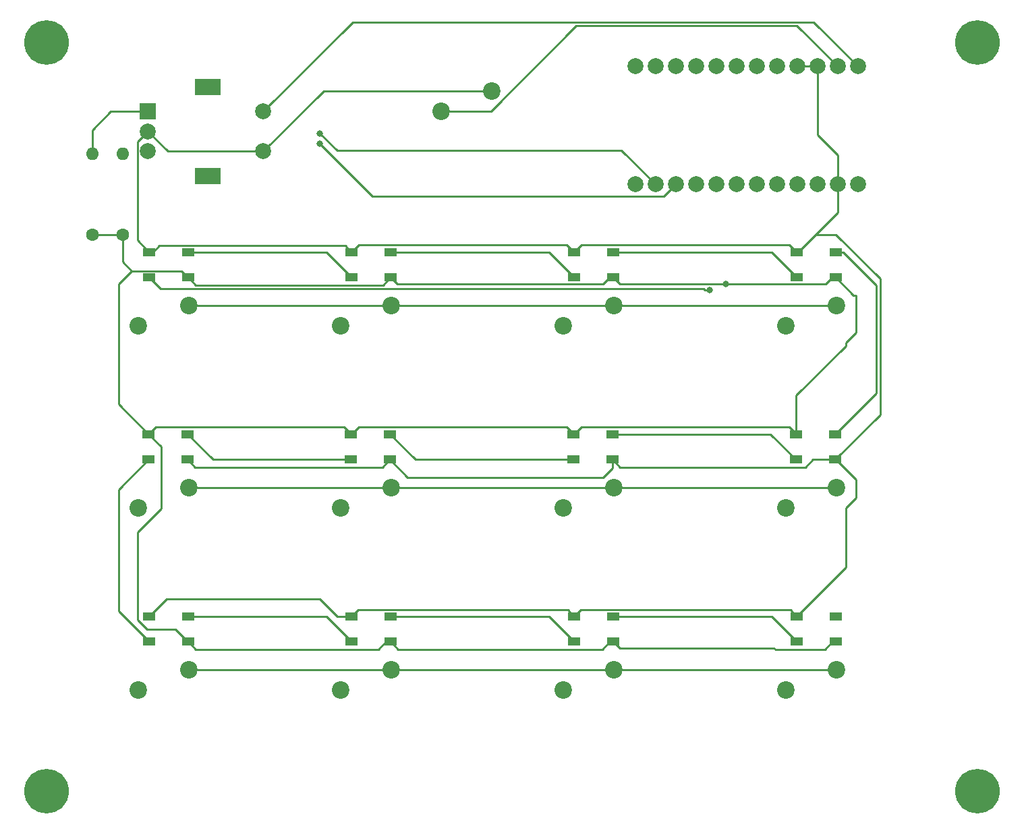
<source format=gbr>
%TF.GenerationSoftware,KiCad,Pcbnew,(6.0.0)*%
%TF.CreationDate,2022-02-08T13:18:20+01:00*%
%TF.ProjectId,hotkeyboard,686f746b-6579-4626-9f61-72642e6b6963,rev?*%
%TF.SameCoordinates,Original*%
%TF.FileFunction,Copper,L1,Top*%
%TF.FilePolarity,Positive*%
%FSLAX46Y46*%
G04 Gerber Fmt 4.6, Leading zero omitted, Abs format (unit mm)*
G04 Created by KiCad (PCBNEW (6.0.0)) date 2022-02-08 13:18:20*
%MOMM*%
%LPD*%
G01*
G04 APERTURE LIST*
%TA.AperFunction,ComponentPad*%
%ADD10C,2.000000*%
%TD*%
%TA.AperFunction,ComponentPad*%
%ADD11C,5.600000*%
%TD*%
%TA.AperFunction,ComponentPad*%
%ADD12C,2.200000*%
%TD*%
%TA.AperFunction,SMDPad,CuDef*%
%ADD13R,1.500000X1.000000*%
%TD*%
%TA.AperFunction,ComponentPad*%
%ADD14C,1.600000*%
%TD*%
%TA.AperFunction,ComponentPad*%
%ADD15O,1.600000X1.600000*%
%TD*%
%TA.AperFunction,ComponentPad*%
%ADD16R,2.000000X2.000000*%
%TD*%
%TA.AperFunction,ComponentPad*%
%ADD17R,3.200000X2.000000*%
%TD*%
%TA.AperFunction,ViaPad*%
%ADD18C,0.800000*%
%TD*%
%TA.AperFunction,Conductor*%
%ADD19C,0.250000*%
%TD*%
G04 APERTURE END LIST*
D10*
%TO.P,U1,0,TX0*%
%TO.N,buttonencoder*%
X147515000Y-30945000D03*
%TO.P,U1,1,RX1*%
%TO.N,caseswitch*%
X144975000Y-30945000D03*
%TO.P,U1,2,2*%
%TO.N,row 1*%
X137355000Y-30945000D03*
%TO.P,U1,3,3*%
%TO.N,row 2*%
X134815000Y-30945000D03*
%TO.P,U1,4,4*%
%TO.N,row 3*%
X132275000Y-30945000D03*
%TO.P,U1,5,5*%
%TO.N,unconnected-(U1-Pad5)*%
X129735000Y-30945000D03*
%TO.P,U1,6,6*%
%TO.N,col 1*%
X127195000Y-30945000D03*
%TO.P,U1,7,7*%
%TO.N,col 2*%
X124655000Y-30945000D03*
%TO.P,U1,8,8*%
%TO.N,col 3*%
X122115000Y-30945000D03*
%TO.P,U1,9,9*%
%TO.N,col 4*%
X119575000Y-30945000D03*
%TO.P,U1,10,10*%
%TO.N,unconnected-(U1-Pad10)*%
X119575000Y-45795000D03*
%TO.P,U1,14,14*%
%TO.N,dt*%
X124655000Y-45795000D03*
%TO.P,U1,15,15*%
%TO.N,neopixel*%
X127195000Y-45795000D03*
%TO.P,U1,16,16*%
%TO.N,clk*%
X122115000Y-45795000D03*
%TO.P,U1,A0*%
%TO.N,N/C*%
X129735000Y-45795000D03*
%TO.P,U1,A1*%
X132275000Y-45795000D03*
%TO.P,U1,A2*%
X134815000Y-45795000D03*
%TO.P,U1,A3*%
X137355000Y-45795000D03*
%TO.P,U1,GND*%
%TO.N,GND*%
X139895000Y-30945000D03*
X142435000Y-30945000D03*
X144975000Y-45795000D03*
%TO.P,U1,RAW*%
%TO.N,N/C*%
X147515000Y-45795000D03*
%TO.P,U1,RST*%
X142435000Y-45795000D03*
%TO.P,U1,VCC*%
%TO.N,+5V*%
X139895000Y-45795000D03*
%TD*%
D11*
%TO.P,REF\u002A\u002A,1*%
%TO.N,N/C*%
X45720000Y-27940000D03*
%TD*%
%TO.P,,1*%
%TO.N,N/C*%
X162560000Y-27940000D03*
%TD*%
%TO.P,REF\u002A\u002A,1*%
%TO.N,N/C*%
X162560000Y-121920000D03*
%TD*%
%TO.P,REF\u002A\u002A,1*%
%TO.N,N/C*%
X45720000Y-121920000D03*
%TD*%
D12*
%TO.P,,1,1*%
%TO.N,row 3*%
X63590000Y-106680000D03*
%TO.P,,2,2*%
%TO.N,col 1*%
X57240000Y-109220000D03*
%TD*%
D13*
%TO.P,D5,1,VDD*%
%TO.N,+5V*%
X139790000Y-77140000D03*
%TO.P,D5,2,DOUT*%
%TO.N,Net-(D5-Pad2)*%
X139790000Y-80340000D03*
%TO.P,D5,3,VSS*%
%TO.N,GND*%
X144690000Y-80340000D03*
%TO.P,D5,4,DIN*%
%TO.N,Net-(D4-Pad2)*%
X144690000Y-77140000D03*
%TD*%
D12*
%TO.P,,1,1*%
%TO.N,row 1*%
X116930000Y-60960000D03*
%TO.P,,2,2*%
%TO.N,col 3*%
X110580000Y-63500000D03*
%TD*%
D13*
%TO.P,D3,1,VDD*%
%TO.N,+5V*%
X116840000Y-57480000D03*
%TO.P,D3,2,DOUT*%
%TO.N,Net-(D3-Pad2)*%
X116840000Y-54280000D03*
%TO.P,D3,3,VSS*%
%TO.N,GND*%
X111940000Y-54280000D03*
%TO.P,D3,4,DIN*%
%TO.N,Net-(D2-Pad2)*%
X111940000Y-57480000D03*
%TD*%
%TO.P,D9,1,VDD*%
%TO.N,+5V*%
X63500000Y-103200000D03*
%TO.P,D9,2,DOUT*%
%TO.N,Net-(D10-Pad4)*%
X63500000Y-100000000D03*
%TO.P,D9,3,VSS*%
%TO.N,GND*%
X58600000Y-100000000D03*
%TO.P,D9,4,DIN*%
%TO.N,Net-(D8-Pad2)*%
X58600000Y-103200000D03*
%TD*%
%TO.P,D1,1,VDD*%
%TO.N,+5V*%
X63500000Y-57480000D03*
%TO.P,D1,2,DOUT*%
%TO.N,Net-(D1-Pad2)*%
X63500000Y-54280000D03*
%TO.P,D1,3,VSS*%
%TO.N,GND*%
X58600000Y-54280000D03*
%TO.P,D1,4,DIN*%
%TO.N,neopixel*%
X58600000Y-57480000D03*
%TD*%
%TO.P,D4,1,VDD*%
%TO.N,+5V*%
X144780000Y-57480000D03*
%TO.P,D4,2,DOUT*%
%TO.N,Net-(D4-Pad2)*%
X144780000Y-54280000D03*
%TO.P,D4,3,VSS*%
%TO.N,GND*%
X139880000Y-54280000D03*
%TO.P,D4,4,DIN*%
%TO.N,Net-(D3-Pad2)*%
X139880000Y-57480000D03*
%TD*%
D12*
%TO.P,,1,1*%
%TO.N,row 2*%
X63590000Y-83820000D03*
%TO.P,,2,2*%
%TO.N,col 1*%
X57240000Y-86360000D03*
%TD*%
%TO.P,SW2,1,1*%
%TO.N,GND*%
X101600000Y-34055000D03*
%TO.P,SW2,2,2*%
%TO.N,caseswitch*%
X95250000Y-36595000D03*
%TD*%
%TO.P,,1,1*%
%TO.N,row 2*%
X144870000Y-83820000D03*
%TO.P,,2,2*%
%TO.N,col 4*%
X138520000Y-86360000D03*
%TD*%
%TO.P,,1,1*%
%TO.N,row 1*%
X63590000Y-60960000D03*
%TO.P,,2,2*%
%TO.N,col 1*%
X57240000Y-63500000D03*
%TD*%
D14*
%TO.P,R1,1*%
%TO.N,+5V*%
X55245000Y-52070000D03*
D15*
%TO.P,R1,2*%
%TO.N,dt*%
X55245000Y-41910000D03*
%TD*%
D14*
%TO.P,R2,1*%
%TO.N,+5V*%
X51435000Y-52070000D03*
D15*
%TO.P,R2,2*%
%TO.N,clk*%
X51435000Y-41910000D03*
%TD*%
D13*
%TO.P,D8,1,VDD*%
%TO.N,+5V*%
X58510000Y-77140000D03*
%TO.P,D8,2,DOUT*%
%TO.N,Net-(D8-Pad2)*%
X58510000Y-80340000D03*
%TO.P,D8,3,VSS*%
%TO.N,GND*%
X63410000Y-80340000D03*
%TO.P,D8,4,DIN*%
%TO.N,Net-(D7-Pad2)*%
X63410000Y-77140000D03*
%TD*%
D12*
%TO.P,,1,1*%
%TO.N,row 2*%
X116930000Y-83820000D03*
%TO.P,,2,2*%
%TO.N,col 3*%
X110580000Y-86360000D03*
%TD*%
%TO.P,,1,1*%
%TO.N,row 1*%
X88990000Y-60960000D03*
%TO.P,,2,2*%
%TO.N,col 2*%
X82640000Y-63500000D03*
%TD*%
D13*
%TO.P,D11,1,VDD*%
%TO.N,+5V*%
X116840000Y-103200000D03*
%TO.P,D11,2,DOUT*%
%TO.N,Net-(D11-Pad2)*%
X116840000Y-100000000D03*
%TO.P,D11,3,VSS*%
%TO.N,GND*%
X111940000Y-100000000D03*
%TO.P,D11,4,DIN*%
%TO.N,Net-(D10-Pad2)*%
X111940000Y-103200000D03*
%TD*%
%TO.P,D2,1,VDD*%
%TO.N,+5V*%
X88900000Y-57480000D03*
%TO.P,D2,2,DOUT*%
%TO.N,Net-(D2-Pad2)*%
X88900000Y-54280000D03*
%TO.P,D2,3,VSS*%
%TO.N,GND*%
X84000000Y-54280000D03*
%TO.P,D2,4,DIN*%
%TO.N,Net-(D1-Pad2)*%
X84000000Y-57480000D03*
%TD*%
%TO.P,D12,1,VDD*%
%TO.N,+5V*%
X144780000Y-103200000D03*
%TO.P,D12,2,DOUT*%
%TO.N,unconnected-(D12-Pad2)*%
X144780000Y-100000000D03*
%TO.P,D12,3,VSS*%
%TO.N,GND*%
X139880000Y-100000000D03*
%TO.P,D12,4,DIN*%
%TO.N,Net-(D11-Pad2)*%
X139880000Y-103200000D03*
%TD*%
D12*
%TO.P,,1,1*%
%TO.N,row 3*%
X88990000Y-106680000D03*
%TO.P,,2,2*%
%TO.N,col 2*%
X82640000Y-109220000D03*
%TD*%
%TO.P,,1,1*%
%TO.N,row 3*%
X144870000Y-106680000D03*
%TO.P,,2,2*%
%TO.N,col 4*%
X138520000Y-109220000D03*
%TD*%
D16*
%TO.P,SW1,A,A*%
%TO.N,clk*%
X58420000Y-36635000D03*
D10*
%TO.P,SW1,B,B*%
%TO.N,dt*%
X58420000Y-41635000D03*
%TO.P,SW1,C,C*%
%TO.N,GND*%
X58420000Y-39135000D03*
D17*
%TO.P,SW1,MP*%
%TO.N,N/C*%
X65920000Y-44735000D03*
X65920000Y-33535000D03*
D10*
%TO.P,SW1,S1,S1*%
%TO.N,GND*%
X72920000Y-41635000D03*
%TO.P,SW1,S2,S2*%
%TO.N,buttonencoder*%
X72920000Y-36635000D03*
%TD*%
D13*
%TO.P,D10,1,VDD*%
%TO.N,+5V*%
X88900000Y-103200000D03*
%TO.P,D10,2,DOUT*%
%TO.N,Net-(D10-Pad2)*%
X88900000Y-100000000D03*
%TO.P,D10,3,VSS*%
%TO.N,GND*%
X84000000Y-100000000D03*
%TO.P,D10,4,DIN*%
%TO.N,Net-(D10-Pad4)*%
X84000000Y-103200000D03*
%TD*%
%TO.P,D6,1,VDD*%
%TO.N,+5V*%
X111850000Y-77140000D03*
%TO.P,D6,2,DOUT*%
%TO.N,Net-(D6-Pad2)*%
X111850000Y-80340000D03*
%TO.P,D6,3,VSS*%
%TO.N,GND*%
X116750000Y-80340000D03*
%TO.P,D6,4,DIN*%
%TO.N,Net-(D5-Pad2)*%
X116750000Y-77140000D03*
%TD*%
D12*
%TO.P,,1,1*%
%TO.N,row 1*%
X144870000Y-60960000D03*
%TO.P,,2,2*%
%TO.N,col 4*%
X138520000Y-63500000D03*
%TD*%
%TO.P,,1,1*%
%TO.N,row 3*%
X116930000Y-106680000D03*
%TO.P,,2,2*%
%TO.N,col 3*%
X110580000Y-109220000D03*
%TD*%
%TO.P,,1,1*%
%TO.N,row 2*%
X88990000Y-83820000D03*
%TO.P,,2,2*%
%TO.N,col 2*%
X82640000Y-86360000D03*
%TD*%
D13*
%TO.P,D7,1,VDD*%
%TO.N,+5V*%
X83910000Y-77140000D03*
%TO.P,D7,2,DOUT*%
%TO.N,Net-(D7-Pad2)*%
X83910000Y-80340000D03*
%TO.P,D7,3,VSS*%
%TO.N,GND*%
X88810000Y-80340000D03*
%TO.P,D7,4,DIN*%
%TO.N,Net-(D6-Pad2)*%
X88810000Y-77140000D03*
%TD*%
D18*
%TO.N,dt*%
X80010000Y-40640000D03*
%TO.N,clk*%
X80010000Y-39370000D03*
%TO.N,+5V*%
X130925489Y-58304511D03*
%TO.N,neopixel*%
X128905000Y-59029011D03*
%TD*%
D19*
%TO.N,+5V*%
X62675489Y-56655489D02*
X56374511Y-56655489D01*
X63500000Y-57480000D02*
X62675489Y-56655489D01*
%TO.N,GND*%
X142435000Y-30945000D02*
X142435000Y-39565000D01*
X139895000Y-30945000D02*
X142435000Y-30945000D01*
X58420000Y-39135000D02*
X57095489Y-40459511D01*
X72920000Y-41635000D02*
X80500000Y-34055000D01*
X111940000Y-100000000D02*
X111115489Y-99175489D01*
X111940000Y-54280000D02*
X112880000Y-53340000D01*
X80010000Y-97790000D02*
X60810000Y-97790000D01*
X144690000Y-80340000D02*
X150309520Y-74720480D01*
X91020000Y-82550000D02*
X88810000Y-80340000D01*
X144690000Y-80340000D02*
X141910000Y-80340000D01*
X59874031Y-53455489D02*
X59049520Y-54280000D01*
X111000000Y-53340000D02*
X84940000Y-53340000D01*
X150309520Y-74720480D02*
X150309520Y-57599520D01*
X84940000Y-53340000D02*
X84000000Y-54280000D01*
X83175489Y-53455489D02*
X59874031Y-53455489D01*
X84000000Y-54280000D02*
X83175489Y-53455489D01*
X111115489Y-99175489D02*
X84824511Y-99175489D01*
X144975000Y-49335000D02*
X142240000Y-52070000D01*
X64350000Y-81280000D02*
X87870000Y-81280000D01*
X87870000Y-81280000D02*
X88810000Y-80340000D01*
X111940000Y-54280000D02*
X111000000Y-53340000D01*
X144975000Y-42105000D02*
X144975000Y-45795000D01*
X60810000Y-97790000D02*
X58600000Y-100000000D01*
X84824511Y-99175489D02*
X84000000Y-100000000D01*
X80500000Y-34055000D02*
X101600000Y-34055000D01*
X115570000Y-82550000D02*
X91020000Y-82550000D01*
X144780000Y-80340000D02*
X147320000Y-82880000D01*
X139700000Y-54610000D02*
X139675718Y-54610000D01*
X141910000Y-80340000D02*
X140970000Y-81280000D01*
X144780000Y-52070000D02*
X142240000Y-52070000D01*
X140030000Y-54280000D02*
X139880000Y-54280000D01*
X63410000Y-80340000D02*
X64350000Y-81280000D01*
X112764511Y-99175489D02*
X111940000Y-100000000D01*
X146050000Y-86360000D02*
X146050000Y-93830000D01*
X142435000Y-39565000D02*
X144975000Y-42105000D01*
X112880000Y-53340000D02*
X138940000Y-53340000D01*
X58420000Y-39135000D02*
X60920000Y-41635000D01*
X57095489Y-40459511D02*
X57095489Y-52775489D01*
X138940000Y-53340000D02*
X139880000Y-54280000D01*
X60920000Y-41635000D02*
X61235000Y-41635000D01*
X116750000Y-80340000D02*
X116750000Y-81370000D01*
X82220000Y-100000000D02*
X80010000Y-97790000D01*
X142240000Y-52070000D02*
X140030000Y-54280000D01*
X139055489Y-99175489D02*
X112764511Y-99175489D01*
X139880000Y-54280000D02*
X139880000Y-54430000D01*
X144975000Y-45795000D02*
X144975000Y-49335000D01*
X139880000Y-100000000D02*
X139055489Y-99175489D01*
X150309520Y-57599520D02*
X144780000Y-52070000D01*
X84000000Y-100000000D02*
X82220000Y-100000000D01*
X146050000Y-93830000D02*
X139880000Y-100000000D01*
X116750000Y-81370000D02*
X115570000Y-82550000D01*
X117690000Y-81280000D02*
X116750000Y-80340000D01*
X57095489Y-52775489D02*
X58600000Y-54280000D01*
X61235000Y-41635000D02*
X72920000Y-41635000D01*
X147320000Y-85090000D02*
X146050000Y-86360000D01*
X140970000Y-81280000D02*
X117690000Y-81280000D01*
X147320000Y-82880000D02*
X147320000Y-85090000D01*
%TO.N,buttonencoder*%
X84155000Y-25400000D02*
X72920000Y-36635000D01*
X147515000Y-30945000D02*
X141970000Y-25400000D01*
X141970000Y-25400000D02*
X84155000Y-25400000D01*
%TO.N,dt*%
X123187489Y-47262511D02*
X86632511Y-47262511D01*
X86632511Y-47262511D02*
X80010000Y-40640000D01*
X124655000Y-45795000D02*
X123187489Y-47262511D01*
%TO.N,clk*%
X51435000Y-38980000D02*
X51435000Y-41910000D01*
X53780000Y-36635000D02*
X51435000Y-38980000D01*
X117829521Y-41509521D02*
X82149521Y-41509521D01*
X82149521Y-41509521D02*
X80010000Y-39370000D01*
X122115000Y-45795000D02*
X117829521Y-41509521D01*
X53780000Y-36635000D02*
X58420000Y-36635000D01*
%TO.N,+5V*%
X60066440Y-78696440D02*
X60066440Y-86525479D01*
X89724511Y-58304511D02*
X115565969Y-58304511D01*
X58300978Y-101600000D02*
X61900000Y-101600000D01*
X143390480Y-104140000D02*
X144330480Y-103200000D01*
X55245000Y-57785000D02*
X54745479Y-58284521D01*
X111940000Y-77140000D02*
X111000000Y-76200000D01*
X117664511Y-104024511D02*
X137044511Y-104024511D01*
X54745479Y-58284521D02*
X54745479Y-73375479D01*
X57150000Y-100449022D02*
X58300978Y-101600000D01*
X147320000Y-59690000D02*
X147320000Y-64398265D01*
X116840000Y-57480000D02*
X117664511Y-58304511D01*
X117664511Y-58304511D02*
X130925489Y-58304511D01*
X57150000Y-89441919D02*
X57150000Y-100449022D01*
X55245000Y-55525978D02*
X56374511Y-56655489D01*
X130925489Y-58304511D02*
X143505969Y-58304511D01*
X146050000Y-65668265D02*
X146050000Y-66040000D01*
X87324282Y-104140000D02*
X88582141Y-102882141D01*
X61900000Y-101600000D02*
X63182141Y-102882141D01*
X64440000Y-104140000D02*
X87324282Y-104140000D01*
X112880000Y-76200000D02*
X111940000Y-77140000D01*
X115565969Y-58304511D02*
X116390480Y-57480000D01*
X59450000Y-76200000D02*
X58510000Y-77140000D01*
X63500000Y-103200000D02*
X64440000Y-104140000D01*
X88900000Y-103200000D02*
X89840000Y-104140000D01*
X144780000Y-57480000D02*
X146990000Y-59690000D01*
X60066440Y-86525479D02*
X57150000Y-89441919D01*
X55245000Y-52070000D02*
X55245000Y-55525978D01*
X54745479Y-73375479D02*
X58420000Y-77050000D01*
X88900000Y-57480000D02*
X87960000Y-58420000D01*
X51435000Y-52070000D02*
X55245000Y-52070000D01*
X139880000Y-77140000D02*
X138940000Y-76200000D01*
X139790000Y-72300000D02*
X139790000Y-77140000D01*
X146050000Y-66040000D02*
X139790000Y-72300000D01*
X87960000Y-58420000D02*
X64440000Y-58420000D01*
X146990000Y-59690000D02*
X147320000Y-59690000D01*
X58420000Y-77050000D02*
X58420000Y-77470000D01*
X137160000Y-104140000D02*
X143390480Y-104140000D01*
X84000000Y-77140000D02*
X83060000Y-76200000D01*
X83060000Y-76200000D02*
X59450000Y-76200000D01*
X56374511Y-56655489D02*
X55245000Y-57785000D01*
X116840000Y-103200000D02*
X117664511Y-104024511D01*
X111000000Y-76200000D02*
X84940000Y-76200000D01*
X115450480Y-104140000D02*
X116390480Y-103200000D01*
X147320000Y-64398265D02*
X146050000Y-65668265D01*
X58510000Y-77140000D02*
X60066440Y-78696440D01*
X58510000Y-77380000D02*
X58510000Y-77140000D01*
X89840000Y-104140000D02*
X115450480Y-104140000D01*
X58420000Y-77470000D02*
X58510000Y-77380000D01*
X143505969Y-58304511D02*
X144330480Y-57480000D01*
X137044511Y-104024511D02*
X137160000Y-104140000D01*
X64440000Y-58420000D02*
X63500000Y-57480000D01*
X138940000Y-76200000D02*
X112880000Y-76200000D01*
X88900000Y-57480000D02*
X89724511Y-58304511D01*
X84940000Y-76200000D02*
X84000000Y-77140000D01*
%TO.N,neopixel*%
X58600000Y-57480000D02*
X59989520Y-58869520D01*
X59989520Y-58869520D02*
X128154511Y-58869520D01*
X128154511Y-58869520D02*
X128065866Y-58869520D01*
X128905000Y-59029011D02*
X128314002Y-59029011D01*
X128314002Y-59029011D02*
X128154511Y-58869520D01*
%TO.N,Net-(D1-Pad2)*%
X80800000Y-54280000D02*
X84000000Y-57480000D01*
X63500000Y-54280000D02*
X80800000Y-54280000D01*
%TO.N,Net-(D2-Pad2)*%
X88900000Y-54280000D02*
X108740000Y-54280000D01*
X108740000Y-54280000D02*
X111940000Y-57480000D01*
%TO.N,Net-(D3-Pad2)*%
X136680000Y-54280000D02*
X139880000Y-57480000D01*
X116840000Y-54280000D02*
X136680000Y-54280000D01*
%TO.N,Net-(D4-Pad2)*%
X145720000Y-54280000D02*
X149860000Y-58420000D01*
X144780000Y-54280000D02*
X145720000Y-54280000D01*
X149860000Y-58420000D02*
X149860000Y-71970000D01*
X149860000Y-71970000D02*
X144690000Y-77140000D01*
%TO.N,Net-(D5-Pad2)*%
X136590000Y-77140000D02*
X139790000Y-80340000D01*
X116750000Y-77140000D02*
X136590000Y-77140000D01*
%TO.N,Net-(D6-Pad2)*%
X111850000Y-80340000D02*
X92010000Y-80340000D01*
X92010000Y-80340000D02*
X88810000Y-77140000D01*
%TO.N,Net-(D7-Pad2)*%
X83910000Y-80340000D02*
X66610000Y-80340000D01*
X66610000Y-80340000D02*
X63410000Y-77140000D01*
%TO.N,Net-(D8-Pad2)*%
X58510000Y-80340000D02*
X54745479Y-84104521D01*
X54745479Y-84104521D02*
X54745479Y-99345479D01*
X54745479Y-99345479D02*
X58600000Y-103200000D01*
%TO.N,Net-(D10-Pad4)*%
X80800000Y-100000000D02*
X84000000Y-103200000D01*
X63500000Y-100000000D02*
X80800000Y-100000000D01*
%TO.N,Net-(D10-Pad2)*%
X88900000Y-100000000D02*
X108740000Y-100000000D01*
X108740000Y-100000000D02*
X111940000Y-103200000D01*
%TO.N,Net-(D11-Pad2)*%
X116840000Y-100000000D02*
X136680000Y-100000000D01*
X136680000Y-100000000D02*
X139880000Y-103200000D01*
%TO.N,caseswitch*%
X101454782Y-36595000D02*
X95250000Y-36595000D01*
X139879520Y-25849520D02*
X112200262Y-25849520D01*
X112200262Y-25849520D02*
X101454782Y-36595000D01*
X144975000Y-30945000D02*
X139879520Y-25849520D01*
%TO.N,row 1*%
X88990000Y-60960000D02*
X63590000Y-60960000D01*
X116930000Y-60960000D02*
X88990000Y-60960000D01*
X144870000Y-60960000D02*
X116930000Y-60960000D01*
%TO.N,row 2*%
X88990000Y-83820000D02*
X116930000Y-83820000D01*
X63590000Y-83820000D02*
X88990000Y-83820000D01*
X116930000Y-83820000D02*
X144870000Y-83820000D01*
%TO.N,row 3*%
X88990000Y-106680000D02*
X63590000Y-106680000D01*
X144870000Y-106680000D02*
X116930000Y-106680000D01*
X116930000Y-106680000D02*
X88990000Y-106680000D01*
%TD*%
M02*

</source>
